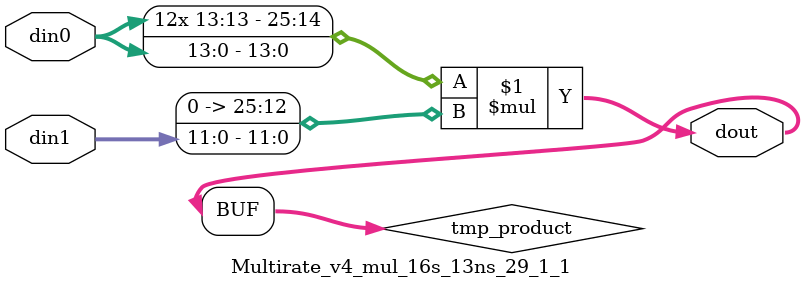
<source format=v>

`timescale 1 ns / 1 ps

 module Multirate_v4_mul_16s_13ns_29_1_1(din0, din1, dout);
parameter ID = 1;
parameter NUM_STAGE = 0;
parameter din0_WIDTH = 14;
parameter din1_WIDTH = 12;
parameter dout_WIDTH = 26;

input [din0_WIDTH - 1 : 0] din0; 
input [din1_WIDTH - 1 : 0] din1; 
output [dout_WIDTH - 1 : 0] dout;

wire signed [dout_WIDTH - 1 : 0] tmp_product;


























assign tmp_product = $signed(din0) * $signed({1'b0, din1});









assign dout = tmp_product;





















endmodule

</source>
